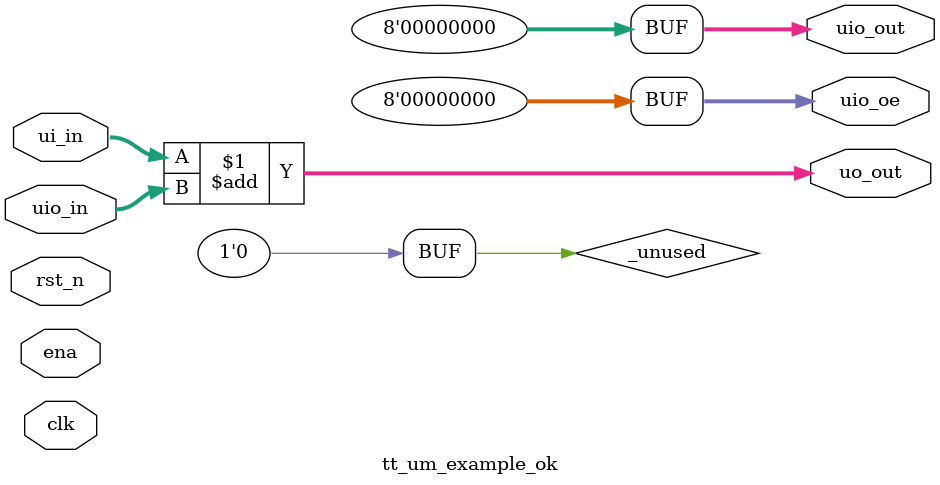
<source format=v>
/*
 * Copyright (c) 2024 Your Name
 * SPDX-License-Identifier: Apache-2.0
 */

`default_nettype none

module tt_um_example_ok (
    input  wire [7:0] ui_in,    // Dedicated inputs
    output wire [7:0] uo_out,   // Dedicated outputs
    input  wire [7:0] uio_in,   // IOs: Input path
    output wire [7:0] uio_out,  // IOs: Output path
    output wire [7:0] uio_oe,   // IOs: Enable path (active high: 0=input, 1=output)
    input  wire       ena,      // always 1 when the design is powered, so you can ignore it
    input  wire       clk,      // clock
    input  wire       rst_n     // reset_n - low to reset
);

  // All output pins must be assigned. If not used, assign to 0.
  assign uo_out  = ui_in + uio_in;  // Example: ou_out is the sum of ui_in and uio_in
  assign uio_out = 0;
  assign uio_oe  = 0;

  // List all unused inputs to prevent warnings
  wire _unused = &{ena, clk, rst_n, 1'b0};

endmodule

</source>
